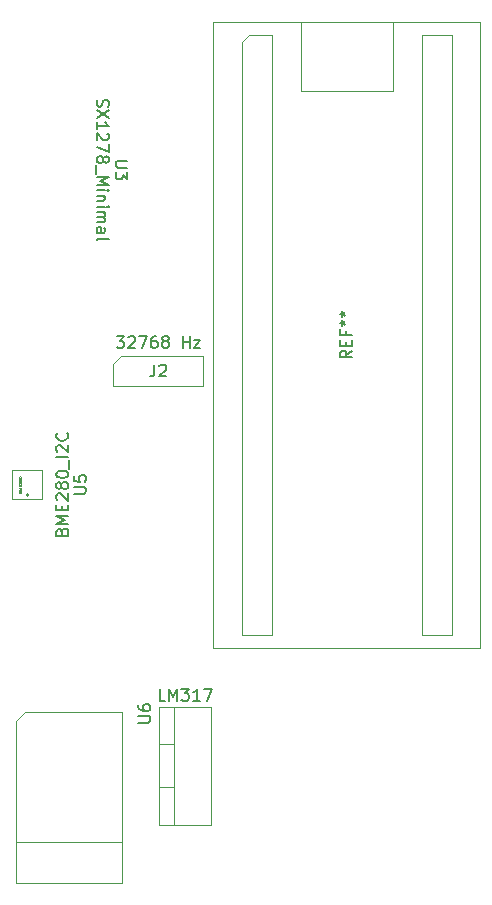
<source format=gbr>
G04 #@! TF.GenerationSoftware,KiCad,Pcbnew,(6.0.4)*
G04 #@! TF.CreationDate,2023-10-25T12:50:42+07:00*
G04 #@! TF.ProjectId,Station-Hardware-ver-01,53746174-696f-46e2-9d48-617264776172,rev?*
G04 #@! TF.SameCoordinates,Original*
G04 #@! TF.FileFunction,AssemblyDrawing,Top*
%FSLAX46Y46*%
G04 Gerber Fmt 4.6, Leading zero omitted, Abs format (unit mm)*
G04 Created by KiCad (PCBNEW (6.0.4)) date 2023-10-25 12:50:42*
%MOMM*%
%LPD*%
G01*
G04 APERTURE LIST*
%ADD10C,0.150000*%
%ADD11C,0.025000*%
%ADD12C,0.100000*%
%ADD13C,0.120000*%
G04 APERTURE END LIST*
D10*
G04 #@! TO.C,U3*
X178045238Y-48201428D02*
X177997619Y-48344285D01*
X177997619Y-48582380D01*
X178045238Y-48677619D01*
X178092857Y-48725238D01*
X178188095Y-48772857D01*
X178283333Y-48772857D01*
X178378571Y-48725238D01*
X178426190Y-48677619D01*
X178473809Y-48582380D01*
X178521428Y-48391904D01*
X178569047Y-48296666D01*
X178616666Y-48249047D01*
X178711904Y-48201428D01*
X178807142Y-48201428D01*
X178902380Y-48249047D01*
X178950000Y-48296666D01*
X178997619Y-48391904D01*
X178997619Y-48630000D01*
X178950000Y-48772857D01*
X178997619Y-49106190D02*
X177997619Y-49772857D01*
X178997619Y-49772857D02*
X177997619Y-49106190D01*
X177997619Y-50677619D02*
X177997619Y-50106190D01*
X177997619Y-50391904D02*
X178997619Y-50391904D01*
X178854761Y-50296666D01*
X178759523Y-50201428D01*
X178711904Y-50106190D01*
X178902380Y-51058571D02*
X178950000Y-51106190D01*
X178997619Y-51201428D01*
X178997619Y-51439523D01*
X178950000Y-51534761D01*
X178902380Y-51582380D01*
X178807142Y-51630000D01*
X178711904Y-51630000D01*
X178569047Y-51582380D01*
X177997619Y-51010952D01*
X177997619Y-51630000D01*
X178997619Y-51963333D02*
X178997619Y-52630000D01*
X177997619Y-52201428D01*
X178569047Y-53153809D02*
X178616666Y-53058571D01*
X178664285Y-53010952D01*
X178759523Y-52963333D01*
X178807142Y-52963333D01*
X178902380Y-53010952D01*
X178950000Y-53058571D01*
X178997619Y-53153809D01*
X178997619Y-53344285D01*
X178950000Y-53439523D01*
X178902380Y-53487142D01*
X178807142Y-53534761D01*
X178759523Y-53534761D01*
X178664285Y-53487142D01*
X178616666Y-53439523D01*
X178569047Y-53344285D01*
X178569047Y-53153809D01*
X178521428Y-53058571D01*
X178473809Y-53010952D01*
X178378571Y-52963333D01*
X178188095Y-52963333D01*
X178092857Y-53010952D01*
X178045238Y-53058571D01*
X177997619Y-53153809D01*
X177997619Y-53344285D01*
X178045238Y-53439523D01*
X178092857Y-53487142D01*
X178188095Y-53534761D01*
X178378571Y-53534761D01*
X178473809Y-53487142D01*
X178521428Y-53439523D01*
X178569047Y-53344285D01*
X177902380Y-53725238D02*
X177902380Y-54487142D01*
X177997619Y-54725238D02*
X178997619Y-54725238D01*
X178283333Y-55058571D01*
X178997619Y-55391904D01*
X177997619Y-55391904D01*
X177997619Y-55868095D02*
X178664285Y-55868095D01*
X178997619Y-55868095D02*
X178950000Y-55820476D01*
X178902380Y-55868095D01*
X178950000Y-55915714D01*
X178997619Y-55868095D01*
X178902380Y-55868095D01*
X178664285Y-56344285D02*
X177997619Y-56344285D01*
X178569047Y-56344285D02*
X178616666Y-56391904D01*
X178664285Y-56487142D01*
X178664285Y-56630000D01*
X178616666Y-56725238D01*
X178521428Y-56772857D01*
X177997619Y-56772857D01*
X177997619Y-57249047D02*
X178664285Y-57249047D01*
X178997619Y-57249047D02*
X178950000Y-57201428D01*
X178902380Y-57249047D01*
X178950000Y-57296666D01*
X178997619Y-57249047D01*
X178902380Y-57249047D01*
X177997619Y-57725238D02*
X178664285Y-57725238D01*
X178569047Y-57725238D02*
X178616666Y-57772857D01*
X178664285Y-57868095D01*
X178664285Y-58010952D01*
X178616666Y-58106190D01*
X178521428Y-58153809D01*
X177997619Y-58153809D01*
X178521428Y-58153809D02*
X178616666Y-58201428D01*
X178664285Y-58296666D01*
X178664285Y-58439523D01*
X178616666Y-58534761D01*
X178521428Y-58582380D01*
X177997619Y-58582380D01*
X177997619Y-59487142D02*
X178521428Y-59487142D01*
X178616666Y-59439523D01*
X178664285Y-59344285D01*
X178664285Y-59153809D01*
X178616666Y-59058571D01*
X178045238Y-59487142D02*
X177997619Y-59391904D01*
X177997619Y-59153809D01*
X178045238Y-59058571D01*
X178140476Y-59010952D01*
X178235714Y-59010952D01*
X178330952Y-59058571D01*
X178378571Y-59153809D01*
X178378571Y-59391904D01*
X178426190Y-59487142D01*
X177997619Y-60106190D02*
X178045238Y-60010952D01*
X178140476Y-59963333D01*
X178997619Y-59963333D01*
X180597619Y-53368095D02*
X179788095Y-53368095D01*
X179692857Y-53415714D01*
X179645238Y-53463333D01*
X179597619Y-53558571D01*
X179597619Y-53749047D01*
X179645238Y-53844285D01*
X179692857Y-53891904D01*
X179788095Y-53939523D01*
X180597619Y-53939523D01*
X180597619Y-54320476D02*
X180597619Y-54939523D01*
X180216666Y-54606190D01*
X180216666Y-54749047D01*
X180169047Y-54844285D01*
X180121428Y-54891904D01*
X180026190Y-54939523D01*
X179788095Y-54939523D01*
X179692857Y-54891904D01*
X179645238Y-54844285D01*
X179597619Y-54749047D01*
X179597619Y-54463333D01*
X179645238Y-54368095D01*
X179692857Y-54320476D01*
G04 #@! TO.C,U1*
X199602380Y-69443333D02*
X199126190Y-69776666D01*
X199602380Y-70014761D02*
X198602380Y-70014761D01*
X198602380Y-69633809D01*
X198650000Y-69538571D01*
X198697619Y-69490952D01*
X198792857Y-69443333D01*
X198935714Y-69443333D01*
X199030952Y-69490952D01*
X199078571Y-69538571D01*
X199126190Y-69633809D01*
X199126190Y-70014761D01*
X199078571Y-69014761D02*
X199078571Y-68681428D01*
X199602380Y-68538571D02*
X199602380Y-69014761D01*
X198602380Y-69014761D01*
X198602380Y-68538571D01*
X199078571Y-67776666D02*
X199078571Y-68110000D01*
X199602380Y-68110000D02*
X198602380Y-68110000D01*
X198602380Y-67633809D01*
X198602380Y-67110000D02*
X198840476Y-67110000D01*
X198745238Y-67348095D02*
X198840476Y-67110000D01*
X198745238Y-66871904D01*
X199030952Y-67252857D02*
X198840476Y-67110000D01*
X199030952Y-66967142D01*
X198602380Y-66348095D02*
X198840476Y-66348095D01*
X198745238Y-66586190D02*
X198840476Y-66348095D01*
X198745238Y-66110000D01*
X199030952Y-66490952D02*
X198840476Y-66348095D01*
X199030952Y-66205238D01*
G04 #@! TO.C,U5*
X175048571Y-84766190D02*
X175096190Y-84623333D01*
X175143809Y-84575714D01*
X175239047Y-84528095D01*
X175381904Y-84528095D01*
X175477142Y-84575714D01*
X175524761Y-84623333D01*
X175572380Y-84718571D01*
X175572380Y-85099523D01*
X174572380Y-85099523D01*
X174572380Y-84766190D01*
X174620000Y-84670952D01*
X174667619Y-84623333D01*
X174762857Y-84575714D01*
X174858095Y-84575714D01*
X174953333Y-84623333D01*
X175000952Y-84670952D01*
X175048571Y-84766190D01*
X175048571Y-85099523D01*
X175572380Y-84099523D02*
X174572380Y-84099523D01*
X175286666Y-83766190D01*
X174572380Y-83432857D01*
X175572380Y-83432857D01*
X175048571Y-82956666D02*
X175048571Y-82623333D01*
X175572380Y-82480476D02*
X175572380Y-82956666D01*
X174572380Y-82956666D01*
X174572380Y-82480476D01*
X174667619Y-82099523D02*
X174620000Y-82051904D01*
X174572380Y-81956666D01*
X174572380Y-81718571D01*
X174620000Y-81623333D01*
X174667619Y-81575714D01*
X174762857Y-81528095D01*
X174858095Y-81528095D01*
X175000952Y-81575714D01*
X175572380Y-82147142D01*
X175572380Y-81528095D01*
X175000952Y-80956666D02*
X174953333Y-81051904D01*
X174905714Y-81099523D01*
X174810476Y-81147142D01*
X174762857Y-81147142D01*
X174667619Y-81099523D01*
X174620000Y-81051904D01*
X174572380Y-80956666D01*
X174572380Y-80766190D01*
X174620000Y-80670952D01*
X174667619Y-80623333D01*
X174762857Y-80575714D01*
X174810476Y-80575714D01*
X174905714Y-80623333D01*
X174953333Y-80670952D01*
X175000952Y-80766190D01*
X175000952Y-80956666D01*
X175048571Y-81051904D01*
X175096190Y-81099523D01*
X175191428Y-81147142D01*
X175381904Y-81147142D01*
X175477142Y-81099523D01*
X175524761Y-81051904D01*
X175572380Y-80956666D01*
X175572380Y-80766190D01*
X175524761Y-80670952D01*
X175477142Y-80623333D01*
X175381904Y-80575714D01*
X175191428Y-80575714D01*
X175096190Y-80623333D01*
X175048571Y-80670952D01*
X175000952Y-80766190D01*
X174572380Y-79956666D02*
X174572380Y-79861428D01*
X174620000Y-79766190D01*
X174667619Y-79718571D01*
X174762857Y-79670952D01*
X174953333Y-79623333D01*
X175191428Y-79623333D01*
X175381904Y-79670952D01*
X175477142Y-79718571D01*
X175524761Y-79766190D01*
X175572380Y-79861428D01*
X175572380Y-79956666D01*
X175524761Y-80051904D01*
X175477142Y-80099523D01*
X175381904Y-80147142D01*
X175191428Y-80194761D01*
X174953333Y-80194761D01*
X174762857Y-80147142D01*
X174667619Y-80099523D01*
X174620000Y-80051904D01*
X174572380Y-79956666D01*
X175667619Y-79432857D02*
X175667619Y-78670952D01*
X175572380Y-78432857D02*
X174572380Y-78432857D01*
X174667619Y-78004285D02*
X174620000Y-77956666D01*
X174572380Y-77861428D01*
X174572380Y-77623333D01*
X174620000Y-77528095D01*
X174667619Y-77480476D01*
X174762857Y-77432857D01*
X174858095Y-77432857D01*
X175000952Y-77480476D01*
X175572380Y-78051904D01*
X175572380Y-77432857D01*
X175477142Y-76432857D02*
X175524761Y-76480476D01*
X175572380Y-76623333D01*
X175572380Y-76718571D01*
X175524761Y-76861428D01*
X175429523Y-76956666D01*
X175334285Y-77004285D01*
X175143809Y-77051904D01*
X175000952Y-77051904D01*
X174810476Y-77004285D01*
X174715238Y-76956666D01*
X174620000Y-76861428D01*
X174572380Y-76718571D01*
X174572380Y-76623333D01*
X174620000Y-76480476D01*
X174667619Y-76432857D01*
D11*
X171492142Y-81375238D02*
X171504047Y-81339523D01*
X171515952Y-81327619D01*
X171539761Y-81315714D01*
X171575476Y-81315714D01*
X171599285Y-81327619D01*
X171611190Y-81339523D01*
X171623095Y-81363333D01*
X171623095Y-81458571D01*
X171373095Y-81458571D01*
X171373095Y-81375238D01*
X171385000Y-81351428D01*
X171396904Y-81339523D01*
X171420714Y-81327619D01*
X171444523Y-81327619D01*
X171468333Y-81339523D01*
X171480238Y-81351428D01*
X171492142Y-81375238D01*
X171492142Y-81458571D01*
X171623095Y-81208571D02*
X171373095Y-81208571D01*
X171551666Y-81125238D01*
X171373095Y-81041904D01*
X171623095Y-81041904D01*
X171492142Y-80922857D02*
X171492142Y-80839523D01*
X171623095Y-80803809D02*
X171623095Y-80922857D01*
X171373095Y-80922857D01*
X171373095Y-80803809D01*
X171396904Y-80708571D02*
X171385000Y-80696666D01*
X171373095Y-80672857D01*
X171373095Y-80613333D01*
X171385000Y-80589523D01*
X171396904Y-80577619D01*
X171420714Y-80565714D01*
X171444523Y-80565714D01*
X171480238Y-80577619D01*
X171623095Y-80720476D01*
X171623095Y-80565714D01*
X171480238Y-80422857D02*
X171468333Y-80446666D01*
X171456428Y-80458571D01*
X171432619Y-80470476D01*
X171420714Y-80470476D01*
X171396904Y-80458571D01*
X171385000Y-80446666D01*
X171373095Y-80422857D01*
X171373095Y-80375238D01*
X171385000Y-80351428D01*
X171396904Y-80339523D01*
X171420714Y-80327619D01*
X171432619Y-80327619D01*
X171456428Y-80339523D01*
X171468333Y-80351428D01*
X171480238Y-80375238D01*
X171480238Y-80422857D01*
X171492142Y-80446666D01*
X171504047Y-80458571D01*
X171527857Y-80470476D01*
X171575476Y-80470476D01*
X171599285Y-80458571D01*
X171611190Y-80446666D01*
X171623095Y-80422857D01*
X171623095Y-80375238D01*
X171611190Y-80351428D01*
X171599285Y-80339523D01*
X171575476Y-80327619D01*
X171527857Y-80327619D01*
X171504047Y-80339523D01*
X171492142Y-80351428D01*
X171480238Y-80375238D01*
X171373095Y-80172857D02*
X171373095Y-80149047D01*
X171385000Y-80125238D01*
X171396904Y-80113333D01*
X171420714Y-80101428D01*
X171468333Y-80089523D01*
X171527857Y-80089523D01*
X171575476Y-80101428D01*
X171599285Y-80113333D01*
X171611190Y-80125238D01*
X171623095Y-80149047D01*
X171623095Y-80172857D01*
X171611190Y-80196666D01*
X171599285Y-80208571D01*
X171575476Y-80220476D01*
X171527857Y-80232380D01*
X171468333Y-80232380D01*
X171420714Y-80220476D01*
X171396904Y-80208571D01*
X171385000Y-80196666D01*
X171373095Y-80172857D01*
D10*
X176072380Y-81551904D02*
X176881904Y-81551904D01*
X176977142Y-81504285D01*
X177024761Y-81456666D01*
X177072380Y-81361428D01*
X177072380Y-81170952D01*
X177024761Y-81075714D01*
X176977142Y-81028095D01*
X176881904Y-80980476D01*
X176072380Y-80980476D01*
X176072380Y-80028095D02*
X176072380Y-80504285D01*
X176548571Y-80551904D01*
X176500952Y-80504285D01*
X176453333Y-80409047D01*
X176453333Y-80170952D01*
X176500952Y-80075714D01*
X176548571Y-80028095D01*
X176643809Y-79980476D01*
X176881904Y-79980476D01*
X176977142Y-80028095D01*
X177024761Y-80075714D01*
X177072380Y-80170952D01*
X177072380Y-80409047D01*
X177024761Y-80504285D01*
X176977142Y-80551904D01*
G04 #@! TO.C,J2*
X179672380Y-68212380D02*
X180291428Y-68212380D01*
X179958095Y-68593333D01*
X180100952Y-68593333D01*
X180196190Y-68640952D01*
X180243809Y-68688571D01*
X180291428Y-68783809D01*
X180291428Y-69021904D01*
X180243809Y-69117142D01*
X180196190Y-69164761D01*
X180100952Y-69212380D01*
X179815238Y-69212380D01*
X179720000Y-69164761D01*
X179672380Y-69117142D01*
X180672380Y-68307619D02*
X180720000Y-68260000D01*
X180815238Y-68212380D01*
X181053333Y-68212380D01*
X181148571Y-68260000D01*
X181196190Y-68307619D01*
X181243809Y-68402857D01*
X181243809Y-68498095D01*
X181196190Y-68640952D01*
X180624761Y-69212380D01*
X181243809Y-69212380D01*
X181577142Y-68212380D02*
X182243809Y-68212380D01*
X181815238Y-69212380D01*
X183053333Y-68212380D02*
X182862857Y-68212380D01*
X182767619Y-68260000D01*
X182720000Y-68307619D01*
X182624761Y-68450476D01*
X182577142Y-68640952D01*
X182577142Y-69021904D01*
X182624761Y-69117142D01*
X182672380Y-69164761D01*
X182767619Y-69212380D01*
X182958095Y-69212380D01*
X183053333Y-69164761D01*
X183100952Y-69117142D01*
X183148571Y-69021904D01*
X183148571Y-68783809D01*
X183100952Y-68688571D01*
X183053333Y-68640952D01*
X182958095Y-68593333D01*
X182767619Y-68593333D01*
X182672380Y-68640952D01*
X182624761Y-68688571D01*
X182577142Y-68783809D01*
X183720000Y-68640952D02*
X183624761Y-68593333D01*
X183577142Y-68545714D01*
X183529523Y-68450476D01*
X183529523Y-68402857D01*
X183577142Y-68307619D01*
X183624761Y-68260000D01*
X183720000Y-68212380D01*
X183910476Y-68212380D01*
X184005714Y-68260000D01*
X184053333Y-68307619D01*
X184100952Y-68402857D01*
X184100952Y-68450476D01*
X184053333Y-68545714D01*
X184005714Y-68593333D01*
X183910476Y-68640952D01*
X183720000Y-68640952D01*
X183624761Y-68688571D01*
X183577142Y-68736190D01*
X183529523Y-68831428D01*
X183529523Y-69021904D01*
X183577142Y-69117142D01*
X183624761Y-69164761D01*
X183720000Y-69212380D01*
X183910476Y-69212380D01*
X184005714Y-69164761D01*
X184053333Y-69117142D01*
X184100952Y-69021904D01*
X184100952Y-68831428D01*
X184053333Y-68736190D01*
X184005714Y-68688571D01*
X183910476Y-68640952D01*
X185291428Y-69212380D02*
X185291428Y-68212380D01*
X185291428Y-68688571D02*
X185862857Y-68688571D01*
X185862857Y-69212380D02*
X185862857Y-68212380D01*
X186243809Y-68545714D02*
X186767619Y-68545714D01*
X186243809Y-69212380D01*
X186767619Y-69212380D01*
X182871666Y-70617380D02*
X182871666Y-71331666D01*
X182824047Y-71474523D01*
X182728809Y-71569761D01*
X182585952Y-71617380D01*
X182490714Y-71617380D01*
X183300238Y-70712619D02*
X183347857Y-70665000D01*
X183443095Y-70617380D01*
X183681190Y-70617380D01*
X183776428Y-70665000D01*
X183824047Y-70712619D01*
X183871666Y-70807857D01*
X183871666Y-70903095D01*
X183824047Y-71045952D01*
X183252619Y-71617380D01*
X183871666Y-71617380D01*
G04 #@! TO.C,U6*
X183789523Y-99072380D02*
X183313333Y-99072380D01*
X183313333Y-98072380D01*
X184122857Y-99072380D02*
X184122857Y-98072380D01*
X184456190Y-98786666D01*
X184789523Y-98072380D01*
X184789523Y-99072380D01*
X185170476Y-98072380D02*
X185789523Y-98072380D01*
X185456190Y-98453333D01*
X185599047Y-98453333D01*
X185694285Y-98500952D01*
X185741904Y-98548571D01*
X185789523Y-98643809D01*
X185789523Y-98881904D01*
X185741904Y-98977142D01*
X185694285Y-99024761D01*
X185599047Y-99072380D01*
X185313333Y-99072380D01*
X185218095Y-99024761D01*
X185170476Y-98977142D01*
X186741904Y-99072380D02*
X186170476Y-99072380D01*
X186456190Y-99072380D02*
X186456190Y-98072380D01*
X186360952Y-98215238D01*
X186265714Y-98310476D01*
X186170476Y-98358095D01*
X187075238Y-98072380D02*
X187741904Y-98072380D01*
X187313333Y-99072380D01*
X181512380Y-100931904D02*
X182321904Y-100931904D01*
X182417142Y-100884285D01*
X182464761Y-100836666D01*
X182512380Y-100741428D01*
X182512380Y-100550952D01*
X182464761Y-100455714D01*
X182417142Y-100408095D01*
X182321904Y-100360476D01*
X181512380Y-100360476D01*
X181512380Y-99455714D02*
X181512380Y-99646190D01*
X181560000Y-99741428D01*
X181607619Y-99789047D01*
X181750476Y-99884285D01*
X181940952Y-99931904D01*
X182321904Y-99931904D01*
X182417142Y-99884285D01*
X182464761Y-99836666D01*
X182512380Y-99741428D01*
X182512380Y-99550952D01*
X182464761Y-99455714D01*
X182417142Y-99408095D01*
X182321904Y-99360476D01*
X182083809Y-99360476D01*
X181988571Y-99408095D01*
X181940952Y-99455714D01*
X181893333Y-99550952D01*
X181893333Y-99741428D01*
X181940952Y-99836666D01*
X181988571Y-99884285D01*
X182083809Y-99931904D01*
D12*
G04 #@! TO.C,U1*
X205500000Y-42710000D02*
X208040000Y-42710000D01*
X192800000Y-93510000D02*
X190260000Y-93510000D01*
X190895000Y-42710000D02*
X192800000Y-42710000D01*
D13*
X187850000Y-94610000D02*
X187850000Y-41660000D01*
D12*
X208040000Y-42710000D02*
X208040000Y-93510000D01*
D13*
X210450000Y-41610000D02*
X210450000Y-94610000D01*
D12*
X208040000Y-93510000D02*
X205500000Y-93510000D01*
D13*
X187850000Y-94610000D02*
X210450000Y-94610000D01*
D12*
X190260000Y-93510000D02*
X190260000Y-43345000D01*
X205500000Y-93510000D02*
X205500000Y-42710000D01*
X192800000Y-42710000D02*
X192800000Y-93510000D01*
X190260000Y-43345000D02*
X190895000Y-42710000D01*
X195250000Y-47460000D02*
X195250000Y-41660000D01*
X203050000Y-47460000D02*
X203050000Y-41660000D01*
X195250000Y-47460000D02*
X203050000Y-47460000D01*
D13*
X187850000Y-41610000D02*
X210450000Y-41610000D01*
G04 #@! TO.C,U5*
X170860000Y-82040000D02*
X173360000Y-82040000D01*
X173360000Y-82040000D02*
X173360000Y-79540000D01*
X173360000Y-79540000D02*
X170860000Y-79540000D01*
X170860000Y-79540000D02*
X170860000Y-82040000D01*
X172271327Y-81660000D02*
G75*
G03*
X172271327Y-81660000I-151327J0D01*
G01*
D12*
G04 #@! TO.C,J2*
X187015000Y-69895000D02*
X187015000Y-72435000D01*
X180030000Y-69895000D02*
X187015000Y-69895000D01*
X187015000Y-72435000D02*
X179395000Y-72435000D01*
X179395000Y-72435000D02*
X179395000Y-70530000D01*
X179395000Y-70530000D02*
X180030000Y-69895000D01*
G04 #@! TO.C,J1*
X171152500Y-114500000D02*
X180152500Y-114500000D01*
X180152500Y-114500000D02*
X180152500Y-100000000D01*
X171152500Y-111000000D02*
X180152500Y-111000000D01*
X180152500Y-100000000D02*
X171902500Y-100000000D01*
X171152500Y-100800000D02*
X171152500Y-114500000D01*
X171147075Y-100803213D02*
X171902500Y-100000000D01*
G04 #@! TO.C,U6*
X187655000Y-109570000D02*
X187655000Y-99570000D01*
X184525000Y-109570000D02*
X184525000Y-99570000D01*
X183255000Y-99570000D02*
X183255000Y-109570000D01*
X183255000Y-102720000D02*
X184525000Y-102720000D01*
X183255000Y-109570000D02*
X187655000Y-109570000D01*
X183255000Y-106420000D02*
X184525000Y-106420000D01*
X187655000Y-99570000D02*
X183255000Y-99570000D01*
G04 #@! TD*
M02*

</source>
